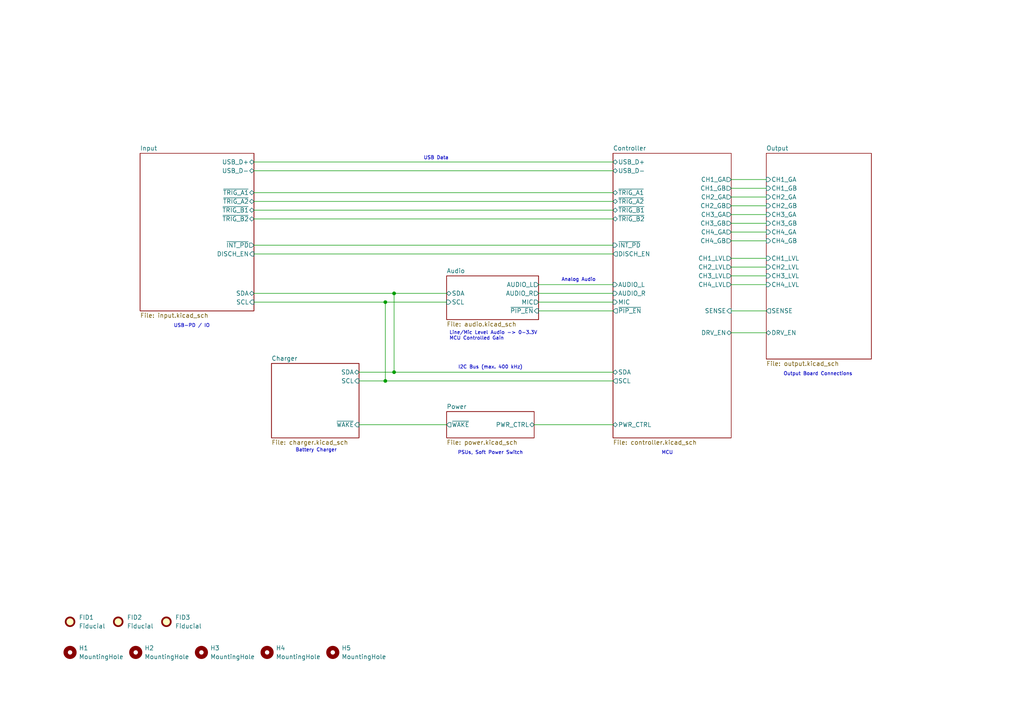
<source format=kicad_sch>
(kicad_sch (version 20231120) (generator "eeschema") (generator_version "8.0")
  (paper "A4")
  (title_block (title "SW32 - Main Board") (date "2024-05-23") (rev "1") (company "saawsm"))
  (lib_symbols
    (symbol "Mechanical:Fiducial" (exclude_from_sim yes) (in_bom no)
      (property "Reference" "FID" (at 0 5.08 0))
      (property "Value" "Fiducial" (at 0 3.175 0))
      (symbol "Fiducial_0_1"
        (circle (center 0 0) (radius 1.27) (stroke (width 0.508)) (fill (type background)))
      )
    )
    (symbol "Mechanical:MountingHole" (pin_names (offset 1.016)) (exclude_from_sim yes) (in_bom no)
      (property "Reference" "H" (at 0 5.08 0))
      (property "Value" "MountingHole" (at 0 3.175 0))
      (symbol "MountingHole_0_1"
        (circle (center 0 0) (radius 1.27) (stroke (width 1.27)))
      )
    )
  )
  (junction (at 111.76 87.63))
  (junction (at 114.3 85.09))
  (junction (at 114.3 107.95))
  (junction (at 111.76 110.49))
  (wire (pts (xy 111.76 110.49) (xy 177.8 110.49)))
  (wire (pts (xy 73.66 55.88) (xy 177.8 55.88)))
  (wire (pts (xy 212.09 52.07) (xy 222.25 52.07)))
  (wire (pts (xy 73.66 46.99) (xy 177.8 46.99)))
  (wire (pts (xy 212.09 77.47) (xy 222.25 77.47)))
  (wire (pts (xy 111.76 87.63) (xy 129.54 87.63)))
  (wire (pts (xy 156.21 90.17) (xy 177.8 90.17)))
  (wire (pts (xy 212.09 59.69) (xy 222.25 59.69)))
  (wire (pts (xy 212.09 62.23) (xy 222.25 62.23)))
  (wire (pts (xy 212.09 64.77) (xy 222.25 64.77)))
  (wire (pts (xy 212.09 90.17) (xy 222.25 90.17)))
  (wire (pts (xy 212.09 74.93) (xy 222.25 74.93)))
  (wire (pts (xy 73.66 85.09) (xy 114.3 85.09)))
  (wire (pts (xy 104.14 123.19) (xy 129.54 123.19)))
  (wire (pts (xy 114.3 85.09) (xy 114.3 107.95)))
  (wire (pts (xy 111.76 87.63) (xy 111.76 110.49)))
  (wire (pts (xy 212.09 82.55) (xy 222.25 82.55)))
  (wire (pts (xy 212.09 57.15) (xy 222.25 57.15)))
  (wire (pts (xy 73.66 73.66) (xy 177.8 73.66)))
  (wire (pts (xy 114.3 107.95) (xy 177.8 107.95)))
  (wire (pts (xy 73.66 49.53) (xy 177.8 49.53)))
  (wire (pts (xy 156.21 82.55) (xy 177.8 82.55)))
  (wire (pts (xy 156.21 87.63) (xy 177.8 87.63)))
  (wire (pts (xy 154.94 123.19) (xy 177.8 123.19)))
  (wire (pts (xy 212.09 54.61) (xy 222.25 54.61)))
  (wire (pts (xy 73.66 58.42) (xy 177.8 58.42)))
  (wire (pts (xy 73.66 60.96) (xy 177.8 60.96)))
  (wire (pts (xy 212.09 67.31) (xy 222.25 67.31)))
  (wire (pts (xy 104.14 107.95) (xy 114.3 107.95)))
  (wire (pts (xy 73.66 63.5) (xy 177.8 63.5)))
  (wire (pts (xy 104.14 110.49) (xy 111.76 110.49)))
  (wire (pts (xy 73.66 71.12) (xy 177.8 71.12)))
  (wire (pts (xy 212.09 69.85) (xy 222.25 69.85)))
  (wire (pts (xy 114.3 85.09) (xy 129.54 85.09)))
  (wire (pts (xy 73.66 87.63) (xy 111.76 87.63)))
  (wire (pts (xy 156.21 85.09) (xy 177.8 85.09)))
  (wire (pts (xy 212.09 96.52) (xy 222.25 96.52)))
  (wire (pts (xy 212.09 80.01) (xy 222.25 80.01)))
  (text "Output Board Connections" (at 237.236 107.95 0) (effects (font (size 1 1)) (justify top)))
  (text "USB-PD / IO" (at 55.626 93.98 0) (effects (font (size 1 1)) (justify top)))
  (text "MCU" (at 193.548 130.81 0) (effects (font (size 1 1)) (justify top)))
  (text "USB Data" (at 126.492 46.482 0) (effects (font (size 1 1)) (justify bottom)))
  (text "PSUs, Soft Power Switch" (at 142.24 130.81 0) (effects (font (size 1 1)) (justify top)))
  (text "Line/Mic Level Audio -> 0-3.3V \nMCU Controlled Gain" (at 130.302 98.806 0) (effects (font (size 1 1)) (justify left bottom)))
  (text "Analog Audio" (at 162.814 81.788 0) (effects (font (size 1 1)) (justify left bottom)))
  (text "Battery Charger" (at 91.694 130.048 0) (effects (font (size 1 1)) (justify top)))
  (text "I2C Bus (max. 400 kHz)" (at 142.24 107.188 0) (effects (font (size 1 1)) (justify bottom)))
  (symbol (lib_id "Mechanical:MountingHole") (at 96.52 189.23 0) (unit 1) (exclude_from_sim yes) (in_bom no)
    (property "Reference" "H5" (at 99.06 187.9599 0) (effects (justify left)))
    (property "Value" "MountingHole" (at 99.06 190.4999 0) (effects (justify left)))
    (property "Footprint" "MountingHole:MountingHole_2.2mm_M2" (effects (hide yes)))
    (property "Description" "Mounting Hole without connection" (effects (hide yes)))
  )
  (symbol (lib_id "Mechanical:Fiducial") (at 34.29 180.34 0) (unit 1) (exclude_from_sim yes) (in_bom no)
    (property "Reference" "FID2" (at 36.83 179.0699 0) (effects (justify left)))
    (property "Value" "Fiducial" (at 36.83 181.6099 0) (effects (justify left)))
    (property "Footprint" "Fiducial:Fiducial_1mm_Mask2mm" (effects (hide yes)))
    (property "Description" "Fiducial Marker" (effects (hide yes)))
  )
  (symbol (lib_id "Mechanical:Fiducial") (at 48.26 180.34 0) (unit 1) (exclude_from_sim yes) (in_bom no)
    (property "Reference" "FID3" (at 50.8 179.0699 0) (effects (justify left)))
    (property "Value" "Fiducial" (at 50.8 181.6099 0) (effects (justify left)))
    (property "Footprint" "Fiducial:Fiducial_1mm_Mask2mm" (effects (hide yes)))
    (property "Description" "Fiducial Marker" (effects (hide yes)))
  )
  (symbol (lib_id "Mechanical:MountingHole") (at 39.37 189.23 0) (unit 1) (exclude_from_sim yes) (in_bom no)
    (property "Reference" "H2" (at 41.91 187.9599 0) (effects (justify left)))
    (property "Value" "MountingHole" (at 41.91 190.4999 0) (effects (justify left)))
    (property "Footprint" "MountingHole:MountingHole_2.2mm_M2" (effects (hide yes)))
    (property "Description" "Mounting Hole without connection" (effects (hide yes)))
  )
  (symbol (lib_id "Mechanical:MountingHole") (at 20.32 189.23 0) (unit 1) (exclude_from_sim yes) (in_bom no)
    (property "Reference" "H1" (at 22.86 187.9599 0) (effects (justify left)))
    (property "Value" "MountingHole" (at 22.86 190.4999 0) (effects (justify left)))
    (property "Footprint" "MountingHole:MountingHole_2.2mm_M2" (effects (hide yes)))
    (property "Description" "Mounting Hole without connection" (effects (hide yes)))
  )
  (symbol (lib_id "Mechanical:MountingHole") (at 58.42 189.23 0) (unit 1) (exclude_from_sim yes) (in_bom no)
    (property "Reference" "H3" (at 60.96 187.9599 0) (effects (justify left)))
    (property "Value" "MountingHole" (at 60.96 190.4999 0) (effects (justify left)))
    (property "Footprint" "MountingHole:MountingHole_2.2mm_M2" (effects (hide yes)))
    (property "Description" "Mounting Hole without connection" (effects (hide yes)))
  )
  (symbol (lib_id "Mechanical:MountingHole") (at 77.47 189.23 0) (unit 1) (exclude_from_sim yes) (in_bom no)
    (property "Reference" "H4" (at 80.01 187.9599 0) (effects (justify left)))
    (property "Value" "MountingHole" (at 80.01 190.4999 0) (effects (justify left)))
    (property "Footprint" "MountingHole:MountingHole_2.2mm_M2" (effects (hide yes)))
    (property "Description" "Mounting Hole without connection" (effects (hide yes)))
  )
  (symbol (lib_id "Mechanical:Fiducial") (at 20.32 180.34 0) (unit 1) (exclude_from_sim yes) (in_bom no)
    (property "Reference" "FID1" (at 22.86 179.0699 0) (effects (justify left)))
    (property "Value" "Fiducial" (at 22.86 181.6099 0) (effects (justify left)))
    (property "Footprint" "Fiducial:Fiducial_1mm_Mask2mm" (effects (hide yes)))
    (property "Description" "Fiducial Marker" (effects (hide yes)))
  )
  (sheet (at 40.64 44.45) (size 33.02 45.72) (stroke (width 0.1524))
    (property "Sheetname" "Input" (at 40.64 43.7384 0) (effects (justify left bottom)))
    (property "Sheetfile" "input.kicad_sch" (at 40.64 90.7546 0) (effects (justify left top)))
    (pin "USB_D-" bidirectional (at 73.66 49.53 0))
    (pin "USB_D+" bidirectional (at 73.66 46.99 0))
    (pin "~{TRIG_B1}" bidirectional (at 73.66 60.96 0))
    (pin "~{TRIG_B2}" bidirectional (at 73.66 63.5 0))
    (pin "~{TRIG_A1}" bidirectional (at 73.66 55.88 0))
    (pin "~{TRIG_A2}" bidirectional (at 73.66 58.42 0))
    (pin "DISCH_EN" input (at 73.66 73.66 0))
    (pin "SCL" input (at 73.66 87.63 0))
    (pin "SDA" bidirectional (at 73.66 85.09 0))
    (pin "~{INT_PD}" output (at 73.66 71.12 0))
  )
  (sheet (at 78.74 105.41) (size 25.4 21.59) (stroke (width 0.1524))
    (property "Sheetname" "Charger" (at 78.74 104.6984 0) (effects (justify left bottom)))
    (property "Sheetfile" "charger.kicad_sch" (at 78.74 127.5846 0) (effects (justify left top)))
    (pin "SCL" input (at 104.14 110.49 0))
    (pin "SDA" bidirectional (at 104.14 107.95 0))
    (pin "~{WAKE}" input (at 104.14 123.19 0))
  )
  (sheet (at 222.25 44.45) (size 30.48 59.69) (stroke (width 0.1524))
    (property "Sheetname" "Output" (at 222.25 43.7384 0) (effects (justify left bottom)))
    (property "Sheetfile" "output.kicad_sch" (at 222.25 104.7246 0) (effects (justify left top)))
    (pin "DRV_EN" bidirectional (at 222.25 96.52 180))
    (pin "CH2_LVL" input (at 222.25 77.47 180))
    (pin "CH4_LVL" input (at 222.25 82.55 180))
    (pin "CH1_LVL" input (at 222.25 74.93 180))
    (pin "CH3_LVL" input (at 222.25 80.01 180))
    (pin "SENSE" output (at 222.25 90.17 180))
    (pin "CH4_GA" input (at 222.25 67.31 180))
    (pin "CH3_GB" input (at 222.25 64.77 180))
    (pin "CH4_GB" input (at 222.25 69.85 180))
    (pin "CH2_GB" input (at 222.25 59.69 180))
    (pin "CH3_GA" input (at 222.25 62.23 180))
    (pin "CH1_GA" input (at 222.25 52.07 180))
    (pin "CH1_GB" input (at 222.25 54.61 180))
    (pin "CH2_GA" input (at 222.25 57.15 180))
  )
  (sheet (at 129.54 80.01) (size 26.67 12.7) (stroke (width 0.1524))
    (property "Sheetname" "Audio" (at 129.54 79.2984 0) (effects (justify left bottom)))
    (property "Sheetfile" "audio.kicad_sch" (at 129.54 93.2946 0) (effects (justify left top)))
    (pin "SCL" input (at 129.54 87.63 180))
    (pin "SDA" bidirectional (at 129.54 85.09 180))
    (pin "~{PIP_EN}" input (at 156.21 90.17 0))
    (pin "MIC" output (at 156.21 87.63 0))
    (pin "AUDIO_L" output (at 156.21 82.55 0))
    (pin "AUDIO_R" output (at 156.21 85.09 0))
  )
  (sheet (at 129.54 119.38) (size 25.4 7.62) (stroke (width 0.1524))
    (property "Sheetname" "Power" (at 129.54 118.6684 0) (effects (justify left bottom)))
    (property "Sheetfile" "power.kicad_sch" (at 129.54 127.5846 0) (effects (justify left top)))
    (pin "~{WAKE}" output (at 129.54 123.19 180))
    (pin "PWR_CTRL" bidirectional (at 154.94 123.19 0))
  )
  (sheet (at 177.8 44.45) (size 34.29 82.55) (stroke (width 0.1524))
    (property "Sheetname" "Controller" (at 177.8 43.7384 0) (effects (justify left bottom)))
    (property "Sheetfile" "controller.kicad_sch" (at 177.8 127.5846 0) (effects (justify left top)))
    (pin "USB_D+" bidirectional (at 177.8 46.99 180))
    (pin "USB_D-" bidirectional (at 177.8 49.53 180))
    (pin "CH4_LVL" output (at 212.09 82.55 0))
    (pin "CH3_LVL" output (at 212.09 80.01 0))
    (pin "CH2_LVL" output (at 212.09 77.47 0))
    (pin "CH1_LVL" output (at 212.09 74.93 0))
    (pin "DRV_EN" bidirectional (at 212.09 96.52 0))
    (pin "~{TRIG_B1}" bidirectional (at 177.8 60.96 180))
    (pin "SENSE" input (at 212.09 90.17 0))
    (pin "MIC" input (at 177.8 87.63 180))
    (pin "AUDIO_R" input (at 177.8 85.09 180))
    (pin "AUDIO_L" input (at 177.8 82.55 180))
    (pin "~{TRIG_B2}" bidirectional (at 177.8 63.5 180))
    (pin "SDA" bidirectional (at 177.8 107.95 180))
    (pin "~{TRIG_A2}" bidirectional (at 177.8 58.42 180))
    (pin "~{TRIG_A1}" bidirectional (at 177.8 55.88 180))
    (pin "DISCH_EN" output (at 177.8 73.66 180))
    (pin "SCL" output (at 177.8 110.49 180))
    (pin "PWR_CTRL" bidirectional (at 177.8 123.19 180))
    (pin "~{PIP_EN}" output (at 177.8 90.17 180))
    (pin "~{INT_PD}" input (at 177.8 71.12 180))
    (pin "CH3_GA" output (at 212.09 62.23 0))
    (pin "CH3_GB" output (at 212.09 64.77 0))
    (pin "CH2_GB" output (at 212.09 59.69 0))
    (pin "CH4_GA" output (at 212.09 67.31 0))
    (pin "CH2_GA" output (at 212.09 57.15 0))
    (pin "CH1_GB" output (at 212.09 54.61 0))
    (pin "CH4_GB" output (at 212.09 69.85 0))
    (pin "CH1_GA" output (at 212.09 52.07 0))
  )
)
</source>
